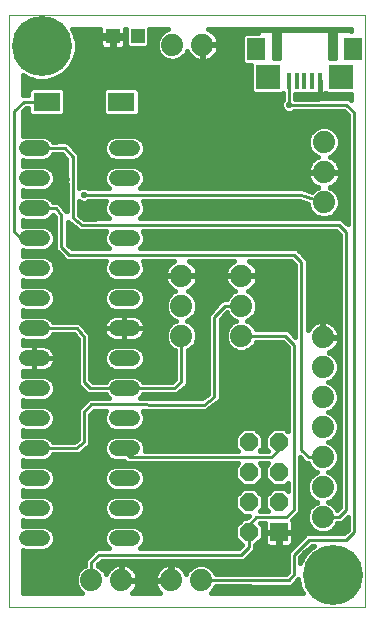
<source format=gtl>
G75*
%MOIN*%
%OFA0B0*%
%FSLAX24Y24*%
%IPPOS*%
%LPD*%
%AMOC8*
5,1,8,0,0,1.08239X$1,22.5*
%
%ADD10C,0.0000*%
%ADD11C,0.0740*%
%ADD12R,0.0827X0.0787*%
%ADD13R,0.0630X0.0748*%
%ADD14R,0.0157X0.0531*%
%ADD15R,0.0472X0.0472*%
%ADD16R,0.0600X0.0600*%
%ADD17OC8,0.0600*%
%ADD18C,0.0520*%
%ADD19R,0.0906X0.0630*%
%ADD20C,0.0160*%
%ADD21C,0.0210*%
%ADD22C,0.0100*%
%ADD23C,0.2000*%
D10*
X004430Y006680D02*
X004430Y026426D01*
X016300Y026426D01*
X016300Y006680D01*
X004430Y006680D01*
D11*
X007180Y007580D03*
X008180Y007580D03*
X009830Y007580D03*
X010830Y007580D03*
X014894Y009680D03*
X014894Y010680D03*
X014894Y011680D03*
X014894Y012680D03*
X014894Y013680D03*
X014894Y014680D03*
X014894Y015680D03*
X012180Y015730D03*
X012180Y016730D03*
X012180Y017730D03*
X010180Y017730D03*
X010180Y016730D03*
X010180Y015730D03*
X014930Y020180D03*
X014930Y021180D03*
X014930Y022180D03*
X010880Y025430D03*
X009880Y025430D03*
D12*
X013060Y024355D03*
X015500Y024355D03*
D13*
X015894Y025280D03*
X012666Y025280D03*
D14*
X013768Y024227D03*
X014024Y024227D03*
X014280Y024227D03*
X014536Y024227D03*
X014792Y024227D03*
D15*
X008718Y025705D03*
X007892Y025705D03*
D16*
X013430Y009180D03*
D17*
X013430Y010180D03*
X013430Y011180D03*
X013430Y012180D03*
X012430Y012180D03*
X012430Y011180D03*
X012430Y010180D03*
X012430Y009180D03*
D18*
X008540Y008980D02*
X008020Y008980D01*
X008020Y009980D02*
X008540Y009980D01*
X008540Y010980D02*
X008020Y010980D01*
X008020Y011980D02*
X008540Y011980D01*
X008540Y012980D02*
X008020Y012980D01*
X008020Y013980D02*
X008540Y013980D01*
X008540Y014980D02*
X008020Y014980D01*
X008020Y015980D02*
X008540Y015980D01*
X008540Y016980D02*
X008020Y016980D01*
X008020Y017980D02*
X008540Y017980D01*
X008540Y018980D02*
X008020Y018980D01*
X008020Y019980D02*
X008540Y019980D01*
X008540Y020980D02*
X008020Y020980D01*
X008020Y021980D02*
X008540Y021980D01*
X005540Y021980D02*
X005020Y021980D01*
X005020Y020980D02*
X005540Y020980D01*
X005540Y019980D02*
X005020Y019980D01*
X005020Y018980D02*
X005540Y018980D01*
X005540Y017980D02*
X005020Y017980D01*
X005020Y016980D02*
X005540Y016980D01*
X005540Y015980D02*
X005020Y015980D01*
X005020Y014980D02*
X005540Y014980D01*
X005540Y013980D02*
X005020Y013980D01*
X005020Y012980D02*
X005540Y012980D01*
X005540Y011980D02*
X005020Y011980D01*
X005020Y010980D02*
X005540Y010980D01*
X005540Y009980D02*
X005020Y009980D01*
X005020Y008980D02*
X005540Y008980D01*
D19*
X005690Y023530D03*
X008170Y023530D03*
D20*
X008783Y023481D02*
X013507Y023481D01*
X013503Y023470D02*
X013503Y023365D01*
X013543Y023267D01*
X013617Y023193D01*
X013715Y023153D01*
X013820Y023153D01*
X013918Y023193D01*
X013933Y023209D01*
X015594Y023219D01*
X015720Y023093D01*
X015720Y019437D01*
X015640Y019517D01*
X015640Y019517D01*
X015579Y019578D01*
X015517Y019640D01*
X015517Y019640D01*
X015517Y019640D01*
X015430Y019640D01*
X015343Y019640D01*
X015343Y019640D01*
X008791Y019637D01*
X008896Y019742D01*
X008960Y019896D01*
X008960Y020064D01*
X008896Y020218D01*
X008894Y020220D01*
X014146Y020220D01*
X014400Y020135D01*
X014400Y020075D01*
X014481Y019880D01*
X014630Y019731D01*
X014825Y019650D01*
X015035Y019650D01*
X015230Y019731D01*
X015379Y019880D01*
X015460Y020075D01*
X015460Y020285D01*
X015379Y020480D01*
X015230Y020629D01*
X015136Y020669D01*
X015141Y020670D01*
X015218Y020710D01*
X015288Y020760D01*
X015350Y020822D01*
X015400Y020892D01*
X015440Y020969D01*
X015466Y021051D01*
X015480Y021137D01*
X015480Y021160D01*
X014950Y021160D01*
X014950Y021200D01*
X015480Y021200D01*
X015480Y021223D01*
X015466Y021309D01*
X015440Y021391D01*
X015400Y021468D01*
X015350Y021538D01*
X015288Y021600D01*
X015218Y021650D01*
X015141Y021690D01*
X015136Y021691D01*
X015230Y021731D01*
X015379Y021880D01*
X015460Y022075D01*
X015460Y022285D01*
X015379Y022480D01*
X015230Y022629D01*
X015035Y022710D01*
X014825Y022710D01*
X014630Y022629D01*
X014481Y022480D01*
X014400Y022285D01*
X014400Y022075D01*
X014481Y021880D01*
X014630Y021731D01*
X014724Y021691D01*
X014719Y021690D01*
X014642Y021650D01*
X014572Y021600D01*
X014510Y021538D01*
X014460Y021468D01*
X014420Y021391D01*
X014394Y021309D01*
X014380Y021223D01*
X014380Y021200D01*
X014910Y021200D01*
X014910Y021160D01*
X014380Y021160D01*
X014380Y021137D01*
X014394Y021051D01*
X014420Y020969D01*
X014460Y020892D01*
X014510Y020822D01*
X014572Y020760D01*
X014642Y020710D01*
X014719Y020670D01*
X014724Y020669D01*
X014630Y020629D01*
X014534Y020533D01*
X014293Y020614D01*
X014267Y020640D01*
X014214Y020640D01*
X014164Y020657D01*
X014130Y020640D01*
X008794Y020640D01*
X008896Y020742D01*
X008960Y020896D01*
X008960Y021064D01*
X008896Y021218D01*
X008778Y021336D01*
X008624Y021400D01*
X007936Y021400D01*
X007782Y021336D01*
X007664Y021218D01*
X007600Y021064D01*
X007600Y020896D01*
X007664Y020742D01*
X007766Y020640D01*
X007095Y020640D01*
X007080Y020655D01*
X006983Y020695D01*
X006877Y020695D01*
X006780Y020655D01*
X006771Y020645D01*
X006768Y021695D01*
X006771Y021777D01*
X006767Y021782D01*
X006767Y021788D01*
X006709Y021845D01*
X006498Y022078D01*
X006497Y022085D01*
X006440Y022141D01*
X006385Y022201D01*
X006378Y022201D01*
X006373Y022206D01*
X006292Y022205D01*
X006212Y022209D01*
X006206Y022204D01*
X005904Y022199D01*
X005896Y022218D01*
X005778Y022336D01*
X005624Y022400D01*
X004936Y022400D01*
X004910Y022389D01*
X004910Y023219D01*
X005015Y023320D01*
X005077Y023320D01*
X005077Y023149D01*
X005171Y023055D01*
X006209Y023055D01*
X006303Y023149D01*
X006303Y023911D01*
X006209Y024005D01*
X005171Y024005D01*
X005077Y023911D01*
X005077Y023740D01*
X004932Y023740D01*
X004910Y023740D01*
X004910Y024403D01*
X005081Y024304D01*
X005376Y024225D01*
X005681Y024225D01*
X005976Y024304D01*
X006241Y024457D01*
X006457Y024673D01*
X006610Y024937D01*
X006689Y025232D01*
X006689Y025538D01*
X006610Y025833D01*
X006544Y025946D01*
X007475Y025946D01*
X007475Y025743D01*
X007853Y025743D01*
X007853Y025667D01*
X007475Y025667D01*
X007475Y025445D01*
X007488Y025399D01*
X007511Y025358D01*
X007545Y025325D01*
X007586Y025301D01*
X007632Y025289D01*
X007854Y025289D01*
X007854Y025667D01*
X007930Y025667D01*
X007930Y025743D01*
X008308Y025743D01*
X008308Y025946D01*
X008322Y025946D01*
X008322Y025403D01*
X008416Y025309D01*
X009021Y025309D01*
X009115Y025403D01*
X009115Y025946D01*
X009741Y025946D01*
X009580Y025879D01*
X009431Y025730D01*
X009350Y025535D01*
X009350Y025325D01*
X009431Y025130D01*
X009580Y024981D01*
X009775Y024900D01*
X009985Y024900D01*
X010180Y024981D01*
X010329Y025130D01*
X010369Y025224D01*
X010370Y025219D01*
X010410Y025142D01*
X010460Y025072D01*
X010522Y025010D01*
X010592Y024960D01*
X010669Y024920D01*
X010751Y024894D01*
X010837Y024880D01*
X010860Y024880D01*
X010860Y025410D01*
X010900Y025410D01*
X010900Y025450D01*
X011430Y025450D01*
X011430Y025473D01*
X011416Y025559D01*
X011390Y025641D01*
X011350Y025718D01*
X011300Y025788D01*
X011238Y025850D01*
X011168Y025900D01*
X011091Y025940D01*
X011072Y025946D01*
X015820Y025946D01*
X015820Y025900D01*
X015790Y025931D01*
X015349Y025931D01*
X015302Y025884D01*
X015302Y024986D01*
X015128Y024986D01*
X015128Y025884D01*
X015081Y025931D01*
X013479Y025931D01*
X013432Y025884D01*
X013432Y024986D01*
X013258Y024986D01*
X013258Y025884D01*
X013211Y025931D01*
X012770Y025931D01*
X012724Y025884D01*
X012724Y025814D01*
X012285Y025814D01*
X012191Y025720D01*
X012191Y024840D01*
X012285Y024746D01*
X012486Y024746D01*
X012486Y023895D01*
X012580Y023801D01*
X013539Y023801D01*
X013558Y023820D01*
X013558Y023582D01*
X013543Y023568D01*
X013503Y023470D01*
X013520Y023323D02*
X008783Y023323D01*
X008783Y023164D02*
X013687Y023164D01*
X013848Y023164D02*
X015649Y023164D01*
X015720Y023006D02*
X004910Y023006D01*
X004910Y023164D02*
X005077Y023164D01*
X004910Y022847D02*
X015720Y022847D01*
X015720Y022689D02*
X015087Y022689D01*
X015330Y022530D02*
X015720Y022530D01*
X015720Y022372D02*
X015424Y022372D01*
X015460Y022213D02*
X015720Y022213D01*
X015720Y022055D02*
X015452Y022055D01*
X015386Y021896D02*
X015720Y021896D01*
X015720Y021738D02*
X015237Y021738D01*
X015309Y021579D02*
X015720Y021579D01*
X015720Y021421D02*
X015425Y021421D01*
X015474Y021262D02*
X015720Y021262D01*
X015720Y021104D02*
X015475Y021104D01*
X015428Y020945D02*
X015720Y020945D01*
X015720Y020787D02*
X015314Y020787D01*
X015232Y020628D02*
X015720Y020628D01*
X015720Y020470D02*
X015384Y020470D01*
X015449Y020311D02*
X015720Y020311D01*
X015720Y020153D02*
X015460Y020153D01*
X015427Y019994D02*
X015720Y019994D01*
X015720Y019836D02*
X015335Y019836D01*
X015101Y019677D02*
X015720Y019677D01*
X015720Y019519D02*
X015639Y019519D01*
X015343Y019220D02*
X015470Y019093D01*
X015470Y010017D01*
X015369Y009916D01*
X015343Y009980D01*
X015194Y010129D01*
X015072Y010180D01*
X015194Y010231D01*
X015343Y010380D01*
X015424Y010575D01*
X015424Y010785D01*
X015343Y010980D01*
X015194Y011129D01*
X015072Y011180D01*
X015194Y011231D01*
X015343Y011380D01*
X015424Y011575D01*
X015424Y011785D01*
X015343Y011980D01*
X015194Y012129D01*
X015072Y012180D01*
X015194Y012231D01*
X015343Y012380D01*
X015424Y012575D01*
X015424Y012785D01*
X015343Y012980D01*
X015194Y013129D01*
X015072Y013180D01*
X015194Y013231D01*
X015343Y013380D01*
X015424Y013575D01*
X015424Y013785D01*
X015343Y013980D01*
X015194Y014129D01*
X015072Y014180D01*
X015194Y014231D01*
X015343Y014380D01*
X015424Y014575D01*
X015424Y014785D01*
X015343Y014980D01*
X015194Y015129D01*
X015099Y015169D01*
X015105Y015170D01*
X015182Y015210D01*
X015252Y015260D01*
X015313Y015322D01*
X015364Y015392D01*
X015403Y015469D01*
X015430Y015551D01*
X015444Y015637D01*
X015444Y015660D01*
X014914Y015660D01*
X014914Y015700D01*
X015444Y015700D01*
X015444Y015723D01*
X015430Y015809D01*
X015403Y015891D01*
X015364Y015968D01*
X015313Y016038D01*
X015252Y016100D01*
X015182Y016150D01*
X015105Y016190D01*
X015023Y016216D01*
X014937Y016230D01*
X014914Y016230D01*
X014914Y015700D01*
X014874Y015700D01*
X014874Y016230D01*
X014850Y016230D01*
X014765Y016216D01*
X014683Y016190D01*
X014605Y016150D01*
X014535Y016100D01*
X014474Y016038D01*
X014423Y015968D01*
X014390Y015903D01*
X014390Y018267D01*
X014017Y018640D01*
X008794Y018640D01*
X008896Y018742D01*
X008960Y018896D01*
X008960Y019064D01*
X008896Y019217D01*
X015343Y019220D01*
X015361Y019202D02*
X008903Y019202D01*
X008960Y019043D02*
X015470Y019043D01*
X015470Y018885D02*
X008955Y018885D01*
X008880Y018726D02*
X015470Y018726D01*
X015470Y018568D02*
X014089Y018568D01*
X014248Y018409D02*
X015470Y018409D01*
X015470Y018251D02*
X014390Y018251D01*
X014390Y018092D02*
X015470Y018092D01*
X015470Y017934D02*
X014390Y017934D01*
X014390Y017775D02*
X015470Y017775D01*
X015470Y017617D02*
X014390Y017617D01*
X014390Y017458D02*
X015470Y017458D01*
X015470Y017300D02*
X014390Y017300D01*
X014390Y017141D02*
X015470Y017141D01*
X015470Y016983D02*
X014390Y016983D01*
X014390Y016824D02*
X015470Y016824D01*
X015470Y016666D02*
X014390Y016666D01*
X014390Y016507D02*
X015470Y016507D01*
X015470Y016349D02*
X014390Y016349D01*
X014390Y016190D02*
X014684Y016190D01*
X014874Y016190D02*
X014914Y016190D01*
X014914Y016032D02*
X014874Y016032D01*
X014874Y015873D02*
X014914Y015873D01*
X014914Y015715D02*
X014874Y015715D01*
X015104Y016190D02*
X015470Y016190D01*
X015470Y016032D02*
X015318Y016032D01*
X015409Y015873D02*
X015470Y015873D01*
X015470Y015715D02*
X015444Y015715D01*
X015431Y015556D02*
X015470Y015556D01*
X015470Y015398D02*
X015367Y015398D01*
X015470Y015239D02*
X015222Y015239D01*
X015243Y015081D02*
X015470Y015081D01*
X015470Y014922D02*
X015367Y014922D01*
X015424Y014764D02*
X015470Y014764D01*
X015470Y014605D02*
X015424Y014605D01*
X015470Y014447D02*
X015371Y014447D01*
X015470Y014288D02*
X015251Y014288D01*
X015193Y014130D02*
X015470Y014130D01*
X015470Y013971D02*
X015347Y013971D01*
X015413Y013813D02*
X015470Y013813D01*
X015470Y013654D02*
X015424Y013654D01*
X015391Y013496D02*
X015470Y013496D01*
X015470Y013337D02*
X015300Y013337D01*
X015470Y013179D02*
X015075Y013179D01*
X015303Y013020D02*
X015470Y013020D01*
X015470Y012862D02*
X015392Y012862D01*
X015424Y012703D02*
X015470Y012703D01*
X015470Y012545D02*
X015411Y012545D01*
X015470Y012386D02*
X015346Y012386D01*
X015470Y012228D02*
X015186Y012228D01*
X015254Y012069D02*
X015470Y012069D01*
X015470Y011911D02*
X015372Y011911D01*
X015424Y011752D02*
X015470Y011752D01*
X015470Y011594D02*
X015424Y011594D01*
X015470Y011435D02*
X015366Y011435D01*
X015470Y011277D02*
X015240Y011277D01*
X015205Y011118D02*
X015470Y011118D01*
X015470Y010960D02*
X015352Y010960D01*
X015417Y010801D02*
X015470Y010801D01*
X015470Y010643D02*
X015424Y010643D01*
X015386Y010484D02*
X015470Y010484D01*
X015470Y010326D02*
X015289Y010326D01*
X015470Y010167D02*
X015103Y010167D01*
X015315Y010009D02*
X015462Y010009D01*
X015720Y009673D02*
X015720Y009267D01*
X015593Y009140D01*
X014343Y009140D01*
X014220Y009017D01*
X013720Y008517D01*
X013720Y007849D01*
X013670Y007789D01*
X011317Y007790D01*
X011279Y007880D01*
X011130Y008029D01*
X010935Y008110D01*
X010725Y008110D01*
X010530Y008029D01*
X010381Y007880D01*
X010341Y007786D01*
X010340Y007791D01*
X010300Y007868D01*
X010250Y007938D01*
X010188Y008000D01*
X010118Y008050D01*
X010041Y008090D01*
X009959Y008116D01*
X009873Y008130D01*
X009850Y008130D01*
X009850Y007600D01*
X009810Y007600D01*
X009810Y008130D01*
X009787Y008130D01*
X009701Y008116D01*
X009619Y008090D01*
X009542Y008050D01*
X009472Y008000D01*
X009410Y007938D01*
X009360Y007868D01*
X009320Y007791D01*
X009294Y007709D01*
X009280Y007623D01*
X009280Y007600D01*
X009810Y007600D01*
X009810Y007560D01*
X009280Y007560D01*
X009280Y007537D01*
X009294Y007451D01*
X009320Y007369D01*
X009360Y007292D01*
X009410Y007222D01*
X009472Y007160D01*
X008538Y007160D01*
X008538Y007160D01*
X008600Y007222D01*
X008650Y007292D01*
X008690Y007369D01*
X008716Y007451D01*
X008730Y007537D01*
X008730Y007560D01*
X008200Y007560D01*
X008200Y007600D01*
X008160Y007600D01*
X008160Y008130D01*
X008137Y008130D01*
X008051Y008116D01*
X007969Y008090D01*
X007892Y008050D01*
X007822Y008000D01*
X007760Y007938D01*
X007710Y007868D01*
X007670Y007791D01*
X007669Y007786D01*
X007629Y007880D01*
X007480Y008029D01*
X007390Y008067D01*
X007390Y008093D01*
X007517Y008220D01*
X012267Y008220D01*
X012390Y008343D01*
X012640Y008593D01*
X012640Y008739D01*
X012890Y008989D01*
X012890Y009371D01*
X012791Y009470D01*
X012950Y009470D01*
X012950Y009200D01*
X013410Y009200D01*
X013410Y009160D01*
X013450Y009160D01*
X013450Y009200D01*
X013910Y009200D01*
X013910Y009504D01*
X013898Y009549D01*
X013879Y009582D01*
X014140Y009843D01*
X014140Y011670D01*
X014212Y011596D01*
X014212Y011595D01*
X014273Y011534D01*
X014333Y011472D01*
X014334Y011472D01*
X014335Y011471D01*
X014407Y011471D01*
X014444Y011380D01*
X014594Y011231D01*
X014716Y011180D01*
X014594Y011129D01*
X014444Y010980D01*
X014364Y010785D01*
X014364Y010575D01*
X014444Y010380D01*
X014594Y010231D01*
X014716Y010180D01*
X014594Y010129D01*
X014444Y009980D01*
X014364Y009785D01*
X014364Y009575D01*
X014444Y009380D01*
X014594Y009231D01*
X014788Y009150D01*
X014999Y009150D01*
X015194Y009231D01*
X015343Y009380D01*
X015380Y009470D01*
X015517Y009470D01*
X015720Y009673D01*
X015720Y009533D02*
X015580Y009533D01*
X015720Y009375D02*
X015338Y009375D01*
X015159Y009216D02*
X015669Y009216D01*
X014629Y009216D02*
X013910Y009216D01*
X013910Y009160D02*
X013450Y009160D01*
X013450Y008700D01*
X013754Y008700D01*
X013799Y008712D01*
X013841Y008736D01*
X013874Y008769D01*
X013898Y008811D01*
X013910Y008856D01*
X013910Y009160D01*
X013910Y009058D02*
X014261Y009058D01*
X014102Y008899D02*
X013910Y008899D01*
X013944Y008741D02*
X013845Y008741D01*
X013785Y008582D02*
X012629Y008582D01*
X012641Y008741D02*
X013015Y008741D01*
X013019Y008736D02*
X013061Y008712D01*
X013106Y008700D01*
X013410Y008700D01*
X013410Y009160D01*
X012950Y009160D01*
X012950Y008856D01*
X012962Y008811D01*
X012986Y008769D01*
X013019Y008736D01*
X012950Y008899D02*
X012800Y008899D01*
X012890Y009058D02*
X012950Y009058D01*
X012950Y009216D02*
X012890Y009216D01*
X012886Y009375D02*
X012950Y009375D01*
X013069Y009890D02*
X012791Y009890D01*
X012890Y009989D01*
X012890Y010371D01*
X012621Y010640D01*
X012239Y010640D01*
X011970Y010371D01*
X011970Y009989D01*
X012239Y009720D01*
X012423Y009720D01*
X012343Y009640D01*
X012239Y009640D01*
X011970Y009371D01*
X011970Y008989D01*
X012206Y008753D01*
X012093Y008640D01*
X008794Y008640D01*
X008896Y008742D01*
X008960Y008896D01*
X008960Y009064D01*
X008896Y009218D01*
X008778Y009336D01*
X008624Y009400D01*
X007936Y009400D01*
X007782Y009336D01*
X007664Y009218D01*
X007600Y009064D01*
X007600Y008896D01*
X007664Y008742D01*
X007766Y008640D01*
X007343Y008640D01*
X007093Y008390D01*
X006970Y008267D01*
X006970Y008067D01*
X006880Y008029D01*
X006731Y007880D01*
X006650Y007685D01*
X006650Y007475D01*
X006731Y007280D01*
X006850Y007160D01*
X004910Y007160D01*
X004910Y008571D01*
X004936Y008560D01*
X005624Y008560D01*
X005778Y008624D01*
X005896Y008742D01*
X005960Y008896D01*
X005960Y009064D01*
X005896Y009218D01*
X005778Y009336D01*
X005624Y009400D01*
X004936Y009400D01*
X004910Y009389D01*
X004910Y009571D01*
X004936Y009560D01*
X005624Y009560D01*
X005778Y009624D01*
X005896Y009742D01*
X005960Y009896D01*
X005960Y010064D01*
X005896Y010218D01*
X005778Y010336D01*
X005624Y010400D01*
X004936Y010400D01*
X004910Y010389D01*
X004910Y010571D01*
X004936Y010560D01*
X005624Y010560D01*
X005778Y010624D01*
X005896Y010742D01*
X005960Y010896D01*
X005960Y011064D01*
X005896Y011218D01*
X005778Y011336D01*
X005624Y011400D01*
X004936Y011400D01*
X004910Y011389D01*
X004910Y011571D01*
X004936Y011560D01*
X005624Y011560D01*
X005778Y011624D01*
X005896Y011742D01*
X005908Y011770D01*
X006668Y011770D01*
X006743Y011762D01*
X006754Y011770D01*
X006767Y011770D01*
X006820Y011823D01*
X007004Y011970D01*
X007017Y011970D01*
X007070Y012023D01*
X007129Y012070D01*
X007131Y012084D01*
X007140Y012093D01*
X007140Y012168D01*
X007148Y012243D01*
X007140Y012254D01*
X007140Y013097D01*
X007263Y013227D01*
X007673Y013227D01*
X007664Y013218D01*
X007600Y013064D01*
X007600Y012896D01*
X007664Y012742D01*
X007782Y012624D01*
X007936Y012560D01*
X008624Y012560D01*
X008778Y012624D01*
X008896Y012742D01*
X008960Y012896D01*
X008960Y013064D01*
X008896Y013218D01*
X008890Y013224D01*
X010913Y013220D01*
X010983Y013209D01*
X010998Y013220D01*
X011017Y013220D01*
X011067Y013270D01*
X011342Y013470D01*
X011361Y013470D01*
X011411Y013520D01*
X011468Y013561D01*
X011471Y013580D01*
X011484Y013593D01*
X011484Y013663D01*
X011495Y013733D01*
X011484Y013748D01*
X011486Y016272D01*
X011699Y016506D01*
X011731Y016430D01*
X011880Y016281D01*
X012002Y016230D01*
X011880Y016179D01*
X011731Y016030D01*
X011650Y015835D01*
X011650Y015625D01*
X011731Y015430D01*
X011880Y015281D01*
X012075Y015200D01*
X012285Y015200D01*
X012480Y015281D01*
X012629Y015430D01*
X012667Y015520D01*
X013556Y015520D01*
X013720Y015346D01*
X013720Y012541D01*
X013621Y012640D01*
X013239Y012640D01*
X012970Y012371D01*
X012970Y011989D01*
X013069Y011890D01*
X012791Y011890D01*
X012890Y011989D01*
X012890Y012371D01*
X012621Y012640D01*
X012239Y012640D01*
X011970Y012371D01*
X011970Y011989D01*
X012069Y011890D01*
X008957Y011890D01*
X008960Y011896D01*
X008960Y012064D01*
X008896Y012218D01*
X008778Y012336D01*
X008624Y012400D01*
X007936Y012400D01*
X007782Y012336D01*
X007664Y012218D01*
X007600Y012064D01*
X007600Y011896D01*
X007664Y011742D01*
X007782Y011624D01*
X007936Y011560D01*
X008252Y011560D01*
X008269Y011520D01*
X008311Y011502D01*
X008343Y011470D01*
X008388Y011470D01*
X008429Y011453D01*
X008471Y011470D01*
X012069Y011470D01*
X011970Y011371D01*
X011970Y010989D01*
X012239Y010720D01*
X012621Y010720D01*
X012890Y010989D01*
X012890Y011371D01*
X012791Y011470D01*
X013069Y011470D01*
X012970Y011371D01*
X012970Y010989D01*
X013239Y010720D01*
X013621Y010720D01*
X013720Y010819D01*
X013720Y010541D01*
X013621Y010640D01*
X013239Y010640D01*
X012970Y010371D01*
X012970Y009989D01*
X013069Y009890D01*
X012970Y010009D02*
X012890Y010009D01*
X012890Y010167D02*
X012970Y010167D01*
X012970Y010326D02*
X012890Y010326D01*
X012777Y010484D02*
X013083Y010484D01*
X013158Y010801D02*
X012702Y010801D01*
X012860Y010960D02*
X013000Y010960D01*
X012970Y011118D02*
X012890Y011118D01*
X012890Y011277D02*
X012970Y011277D01*
X013034Y011435D02*
X012826Y011435D01*
X012811Y011911D02*
X013049Y011911D01*
X012970Y012069D02*
X012890Y012069D01*
X012890Y012228D02*
X012970Y012228D01*
X012985Y012386D02*
X012875Y012386D01*
X012716Y012545D02*
X013144Y012545D01*
X013716Y012545D02*
X013720Y012545D01*
X013720Y012703D02*
X008857Y012703D01*
X008946Y012862D02*
X013720Y012862D01*
X013720Y013020D02*
X008960Y013020D01*
X008912Y013179D02*
X013720Y013179D01*
X013720Y013337D02*
X011159Y013337D01*
X011386Y013496D02*
X013720Y013496D01*
X013720Y013654D02*
X011484Y013654D01*
X011484Y013813D02*
X013720Y013813D01*
X013720Y013971D02*
X011484Y013971D01*
X011484Y014130D02*
X013720Y014130D01*
X013720Y014288D02*
X011484Y014288D01*
X011484Y014447D02*
X013720Y014447D01*
X013720Y014605D02*
X011485Y014605D01*
X011485Y014764D02*
X013720Y014764D01*
X013720Y014922D02*
X011485Y014922D01*
X011485Y015081D02*
X013720Y015081D01*
X013720Y015239D02*
X012380Y015239D01*
X012597Y015398D02*
X013672Y015398D01*
X013970Y015693D02*
X013970Y018093D01*
X013843Y018220D01*
X012430Y018220D01*
X012468Y018200D01*
X012538Y018150D01*
X012600Y018088D01*
X012650Y018018D01*
X012690Y017941D01*
X012716Y017859D01*
X012730Y017773D01*
X012730Y017750D01*
X012200Y017750D01*
X012200Y017710D01*
X012730Y017710D01*
X012730Y017687D01*
X012716Y017601D01*
X012690Y017519D01*
X012650Y017442D01*
X012600Y017372D01*
X012538Y017310D01*
X012468Y017260D01*
X012391Y017220D01*
X012386Y017219D01*
X012480Y017179D01*
X012629Y017030D01*
X012710Y016835D01*
X012710Y016625D01*
X012629Y016430D01*
X012480Y016281D01*
X012358Y016230D01*
X012480Y016179D01*
X012629Y016030D01*
X012667Y015940D01*
X013563Y015940D01*
X013565Y015942D01*
X013649Y015940D01*
X013733Y015940D01*
X013736Y015938D01*
X013739Y015937D01*
X013797Y015876D01*
X013856Y015817D01*
X013856Y015814D01*
X013970Y015693D01*
X013970Y015715D02*
X013950Y015715D01*
X013970Y015873D02*
X013800Y015873D01*
X013970Y016032D02*
X012628Y016032D01*
X012454Y016190D02*
X013970Y016190D01*
X013970Y016349D02*
X012548Y016349D01*
X012661Y016507D02*
X013970Y016507D01*
X013970Y016666D02*
X012710Y016666D01*
X012710Y016824D02*
X013970Y016824D01*
X013970Y016983D02*
X012649Y016983D01*
X012519Y017141D02*
X013970Y017141D01*
X013970Y017300D02*
X012523Y017300D01*
X012659Y017458D02*
X013970Y017458D01*
X013970Y017617D02*
X012719Y017617D01*
X012730Y017775D02*
X013970Y017775D01*
X013970Y017934D02*
X012692Y017934D01*
X012596Y018092D02*
X013970Y018092D01*
X014759Y019677D02*
X008831Y019677D01*
X008935Y019836D02*
X014525Y019836D01*
X014433Y019994D02*
X008960Y019994D01*
X008923Y020153D02*
X014348Y020153D01*
X014279Y020628D02*
X014628Y020628D01*
X014546Y020787D02*
X008914Y020787D01*
X008960Y020945D02*
X014432Y020945D01*
X014385Y021104D02*
X008943Y021104D01*
X008852Y021262D02*
X014386Y021262D01*
X014435Y021421D02*
X006768Y021421D01*
X006768Y021579D02*
X007891Y021579D01*
X007936Y021560D02*
X007782Y021624D01*
X007664Y021742D01*
X007600Y021896D01*
X006663Y021896D01*
X006769Y021738D02*
X007669Y021738D01*
X007600Y021896D02*
X007600Y022064D01*
X007664Y022218D01*
X007782Y022336D01*
X007936Y022400D01*
X008624Y022400D01*
X008778Y022336D01*
X008896Y022218D01*
X008960Y022064D01*
X008960Y021896D01*
X014474Y021896D01*
X014408Y022055D02*
X008960Y022055D01*
X008960Y021896D02*
X008896Y021742D01*
X008778Y021624D01*
X008624Y021560D01*
X007936Y021560D01*
X007708Y021262D02*
X006769Y021262D01*
X006769Y021104D02*
X007617Y021104D01*
X007600Y020945D02*
X006770Y020945D01*
X006770Y020787D02*
X007646Y020787D01*
X007666Y020220D02*
X007664Y020218D01*
X007600Y020064D01*
X007600Y019896D01*
X007664Y019742D01*
X007769Y019637D01*
X006924Y019636D01*
X006773Y019759D01*
X006772Y020213D01*
X006780Y020205D01*
X006877Y020165D01*
X006983Y020165D01*
X007080Y020205D01*
X007095Y020220D01*
X007666Y020220D01*
X007637Y020153D02*
X006772Y020153D01*
X006773Y019994D02*
X007600Y019994D01*
X007625Y019836D02*
X006773Y019836D01*
X006874Y019677D02*
X007729Y019677D01*
X007663Y019217D02*
X007600Y019064D01*
X007600Y018896D01*
X007664Y018742D01*
X007766Y018640D01*
X006517Y018640D01*
X006390Y018767D01*
X006390Y019529D01*
X006423Y019502D01*
X006477Y019448D01*
X006489Y019449D01*
X006709Y019270D01*
X006763Y019216D01*
X006776Y019216D01*
X006785Y019208D01*
X006861Y019216D01*
X007663Y019217D01*
X007657Y019202D02*
X006390Y019202D01*
X006390Y019360D02*
X006598Y019360D01*
X006403Y019519D02*
X006390Y019519D01*
X006353Y019881D02*
X006334Y019901D01*
X006198Y020057D01*
X006198Y020065D01*
X006141Y020122D01*
X006089Y020182D01*
X006081Y020183D01*
X006075Y020189D01*
X005995Y020189D01*
X005915Y020194D01*
X005909Y020189D01*
X005908Y020189D01*
X005896Y020218D01*
X005778Y020336D01*
X005624Y020400D01*
X004936Y020400D01*
X004910Y020389D01*
X004910Y020571D01*
X004936Y020560D01*
X005624Y020560D01*
X005778Y020624D01*
X005896Y020742D01*
X005960Y020896D01*
X005960Y021064D01*
X005896Y021218D01*
X005778Y021336D01*
X005624Y021400D01*
X004936Y021400D01*
X004910Y021389D01*
X004910Y021571D01*
X004936Y021560D01*
X005624Y021560D01*
X005778Y021624D01*
X005896Y021742D01*
X005911Y021779D01*
X006197Y021784D01*
X006348Y021618D01*
X006353Y019881D01*
X006353Y019994D02*
X006253Y019994D01*
X006352Y020153D02*
X006115Y020153D01*
X006352Y020311D02*
X005803Y020311D01*
X005782Y020628D02*
X006351Y020628D01*
X006351Y020470D02*
X004910Y020470D01*
X004910Y019571D02*
X004936Y019560D01*
X005624Y019560D01*
X005778Y019624D01*
X005896Y019742D01*
X005902Y019757D01*
X005970Y019679D01*
X005970Y018593D01*
X006093Y018470D01*
X006343Y018220D01*
X007666Y018220D01*
X007664Y018218D01*
X007600Y018064D01*
X007600Y017896D01*
X007664Y017742D01*
X007782Y017624D01*
X007936Y017560D01*
X008624Y017560D01*
X008778Y017624D01*
X008896Y017742D01*
X008960Y017896D01*
X008960Y018064D01*
X008896Y018218D01*
X008894Y018220D01*
X009930Y018220D01*
X009892Y018200D01*
X009822Y018150D01*
X009760Y018088D01*
X009710Y018018D01*
X009670Y017941D01*
X009644Y017859D01*
X009630Y017773D01*
X009630Y017750D01*
X010160Y017750D01*
X010160Y017710D01*
X009630Y017710D01*
X009630Y017687D01*
X009644Y017601D01*
X009670Y017519D01*
X009710Y017442D01*
X009760Y017372D01*
X009822Y017310D01*
X009892Y017260D01*
X009969Y017220D01*
X009974Y017219D01*
X009880Y017179D01*
X009731Y017030D01*
X009650Y016835D01*
X009650Y016625D01*
X009731Y016430D01*
X009880Y016281D01*
X010002Y016230D01*
X009880Y016179D01*
X009731Y016030D01*
X009650Y015835D01*
X009650Y015625D01*
X009731Y015430D01*
X009880Y015281D01*
X009970Y015243D01*
X009970Y014281D01*
X009856Y014190D01*
X008908Y014190D01*
X008896Y014218D01*
X008778Y014336D01*
X008624Y014400D01*
X007936Y014400D01*
X007782Y014336D01*
X007664Y014218D01*
X007654Y014193D01*
X007218Y014195D01*
X007140Y014270D01*
X007140Y015667D01*
X007149Y015740D01*
X007140Y015752D01*
X007140Y015767D01*
X007088Y015819D01*
X006901Y016060D01*
X006901Y016076D01*
X006849Y016127D01*
X006804Y016185D01*
X006788Y016187D01*
X006777Y016198D01*
X006704Y016198D01*
X006631Y016207D01*
X006619Y016197D01*
X005906Y016193D01*
X005896Y016218D01*
X005778Y016336D01*
X005624Y016400D01*
X004936Y016400D01*
X004910Y016389D01*
X004910Y016571D01*
X004936Y016560D01*
X005624Y016560D01*
X005778Y016624D01*
X005896Y016742D01*
X005960Y016896D01*
X005960Y017064D01*
X005896Y017218D01*
X005778Y017336D01*
X005624Y017400D01*
X004936Y017400D01*
X004910Y017389D01*
X004910Y017571D01*
X004936Y017560D01*
X005624Y017560D01*
X005778Y017624D01*
X005896Y017742D01*
X005960Y017896D01*
X005960Y018064D01*
X005896Y018218D01*
X005778Y018336D01*
X005624Y018400D01*
X004936Y018400D01*
X004910Y018389D01*
X004910Y018571D01*
X004936Y018560D01*
X005624Y018560D01*
X005778Y018624D01*
X005896Y018742D01*
X005960Y018896D01*
X005960Y019064D01*
X005896Y019218D01*
X005778Y019336D01*
X005624Y019400D01*
X004936Y019400D01*
X004910Y019389D01*
X004910Y019571D01*
X004910Y019519D02*
X005970Y019519D01*
X005970Y019677D02*
X005831Y019677D01*
X005720Y019360D02*
X005970Y019360D01*
X005970Y019202D02*
X005903Y019202D01*
X005960Y019043D02*
X005970Y019043D01*
X005955Y018885D02*
X005970Y018885D01*
X005970Y018726D02*
X005880Y018726D01*
X005995Y018568D02*
X005642Y018568D01*
X005863Y018251D02*
X006312Y018251D01*
X006154Y018409D02*
X004910Y018409D01*
X004910Y018568D02*
X004918Y018568D01*
X004910Y017458D02*
X009701Y017458D01*
X009641Y017617D02*
X008760Y017617D01*
X008910Y017775D02*
X009630Y017775D01*
X009668Y017934D02*
X008960Y017934D01*
X008948Y018092D02*
X009764Y018092D01*
X010200Y017750D02*
X010730Y017750D01*
X010730Y017773D01*
X010716Y017859D01*
X010690Y017941D01*
X010650Y018018D01*
X010600Y018088D01*
X010538Y018150D01*
X010468Y018200D01*
X010430Y018220D01*
X011930Y018220D01*
X011892Y018200D01*
X011822Y018150D01*
X011760Y018088D01*
X011710Y018018D01*
X011670Y017941D01*
X011644Y017859D01*
X011630Y017773D01*
X011630Y017750D01*
X012160Y017750D01*
X012160Y017710D01*
X011630Y017710D01*
X011630Y017687D01*
X011644Y017601D01*
X011670Y017519D01*
X011710Y017442D01*
X011760Y017372D01*
X011822Y017310D01*
X011892Y017260D01*
X011969Y017220D01*
X011974Y017219D01*
X011880Y017179D01*
X011731Y017030D01*
X011695Y016944D01*
X011614Y016940D01*
X011532Y016940D01*
X011528Y016936D01*
X011522Y016936D01*
X011467Y016875D01*
X011409Y016817D01*
X011409Y016811D01*
X011124Y016499D01*
X011066Y016441D01*
X011066Y016435D01*
X011062Y016431D01*
X011066Y016349D01*
X011064Y013787D01*
X010862Y013640D01*
X008798Y013644D01*
X008896Y013742D01*
X008908Y013770D01*
X009918Y013770D01*
X009993Y013762D01*
X010004Y013770D01*
X010017Y013770D01*
X010070Y013823D01*
X010254Y013970D01*
X010267Y013970D01*
X010320Y014023D01*
X010379Y014070D01*
X010381Y014084D01*
X010390Y014093D01*
X010390Y014168D01*
X010398Y014243D01*
X010390Y014254D01*
X010390Y015243D01*
X010480Y015281D01*
X010629Y015430D01*
X010710Y015625D01*
X010710Y015835D01*
X010629Y016030D01*
X010480Y016179D01*
X010358Y016230D01*
X010480Y016281D01*
X010629Y016430D01*
X010710Y016625D01*
X010710Y016835D01*
X010629Y017030D01*
X010480Y017179D01*
X010386Y017219D01*
X010391Y017220D01*
X010468Y017260D01*
X010538Y017310D01*
X010600Y017372D01*
X010650Y017442D01*
X010690Y017519D01*
X010716Y017601D01*
X010730Y017687D01*
X010730Y017710D01*
X010200Y017710D01*
X010200Y017750D01*
X010523Y017300D02*
X011837Y017300D01*
X011841Y017141D02*
X010519Y017141D01*
X010649Y016983D02*
X011711Y016983D01*
X011416Y016824D02*
X010710Y016824D01*
X010710Y016666D02*
X011276Y016666D01*
X011132Y016507D02*
X010661Y016507D01*
X010548Y016349D02*
X011066Y016349D01*
X011066Y016190D02*
X010454Y016190D01*
X010628Y016032D02*
X011066Y016032D01*
X011066Y015873D02*
X010694Y015873D01*
X010710Y015715D02*
X011066Y015715D01*
X011066Y015556D02*
X010682Y015556D01*
X010597Y015398D02*
X011065Y015398D01*
X011065Y015239D02*
X010390Y015239D01*
X010390Y015081D02*
X011065Y015081D01*
X011065Y014922D02*
X010390Y014922D01*
X010390Y014764D02*
X011065Y014764D01*
X011065Y014605D02*
X010390Y014605D01*
X010390Y014447D02*
X011064Y014447D01*
X011064Y014288D02*
X010390Y014288D01*
X010390Y014130D02*
X011064Y014130D01*
X011064Y013971D02*
X010268Y013971D01*
X010059Y013813D02*
X011064Y013813D01*
X010881Y013654D02*
X008808Y013654D01*
X008826Y014288D02*
X009970Y014288D01*
X009970Y014447D02*
X007140Y014447D01*
X007140Y014605D02*
X007828Y014605D01*
X007782Y014624D02*
X007936Y014560D01*
X008624Y014560D01*
X008778Y014624D01*
X008896Y014742D01*
X008960Y014896D01*
X008960Y015064D01*
X008896Y015218D01*
X008778Y015336D01*
X008624Y015400D01*
X007936Y015400D01*
X007782Y015336D01*
X007664Y015218D01*
X007600Y015064D01*
X007600Y014896D01*
X007664Y014742D01*
X007782Y014624D01*
X007655Y014764D02*
X007140Y014764D01*
X007140Y014922D02*
X007600Y014922D01*
X007607Y015081D02*
X007140Y015081D01*
X007140Y015239D02*
X007685Y015239D01*
X007851Y015572D02*
X007917Y015551D01*
X007985Y015540D01*
X008280Y015540D01*
X008575Y015540D01*
X008643Y015551D01*
X008709Y015572D01*
X008771Y015604D01*
X008827Y015644D01*
X008876Y015693D01*
X008916Y015749D01*
X008948Y015811D01*
X008969Y015877D01*
X008980Y015945D01*
X008980Y015980D01*
X008980Y016015D01*
X008969Y016083D01*
X008948Y016149D01*
X008916Y016211D01*
X008876Y016267D01*
X008827Y016316D01*
X008771Y016356D01*
X008709Y016388D01*
X008643Y016409D01*
X008575Y016420D01*
X008280Y016420D01*
X008280Y015980D01*
X008280Y015980D01*
X008980Y015980D01*
X008280Y015980D01*
X008280Y015980D01*
X008280Y015540D01*
X008280Y015980D01*
X008280Y015980D01*
X008280Y015980D01*
X007580Y015980D01*
X007580Y016015D01*
X007591Y016083D01*
X007612Y016149D01*
X007644Y016211D01*
X007684Y016267D01*
X007733Y016316D01*
X007789Y016356D01*
X007851Y016388D01*
X007917Y016409D01*
X007985Y016420D01*
X008280Y016420D01*
X008280Y015980D01*
X007580Y015980D01*
X007580Y015945D01*
X007591Y015877D01*
X007612Y015811D01*
X007644Y015749D01*
X007684Y015693D01*
X007733Y015644D01*
X007789Y015604D01*
X007851Y015572D01*
X007901Y015556D02*
X007140Y015556D01*
X007140Y015398D02*
X007930Y015398D01*
X008280Y015556D02*
X008280Y015556D01*
X008280Y015715D02*
X008280Y015715D01*
X008280Y015873D02*
X008280Y015873D01*
X008280Y016032D02*
X008280Y016032D01*
X008280Y016190D02*
X008280Y016190D01*
X008280Y016349D02*
X008280Y016349D01*
X007936Y016560D02*
X008624Y016560D01*
X008778Y016624D01*
X008896Y016742D01*
X008960Y016896D01*
X008960Y017064D01*
X008896Y017218D01*
X008778Y017336D01*
X008624Y017400D01*
X007936Y017400D01*
X007782Y017336D01*
X007664Y017218D01*
X007600Y017064D01*
X007600Y016896D01*
X007664Y016742D01*
X007782Y016624D01*
X007936Y016560D01*
X007741Y016666D02*
X005819Y016666D01*
X005930Y016824D02*
X007630Y016824D01*
X007600Y016983D02*
X005960Y016983D01*
X005928Y017141D02*
X007632Y017141D01*
X007746Y017300D02*
X005814Y017300D01*
X005760Y017617D02*
X007800Y017617D01*
X007650Y017775D02*
X005910Y017775D01*
X005960Y017934D02*
X007600Y017934D01*
X007612Y018092D02*
X005948Y018092D01*
X006431Y018726D02*
X007680Y018726D01*
X007605Y018885D02*
X006390Y018885D01*
X006390Y019043D02*
X007600Y019043D01*
X006350Y020787D02*
X005914Y020787D01*
X005960Y020945D02*
X006350Y020945D01*
X006349Y021104D02*
X005943Y021104D01*
X005852Y021262D02*
X006349Y021262D01*
X006348Y021421D02*
X004910Y021421D01*
X005669Y021579D02*
X006348Y021579D01*
X006239Y021738D02*
X005891Y021738D01*
X005898Y022213D02*
X007662Y022213D01*
X007600Y022055D02*
X006519Y022055D01*
X005692Y022372D02*
X007868Y022372D01*
X007651Y023055D02*
X008689Y023055D01*
X008783Y023149D01*
X008783Y023911D01*
X008689Y024005D01*
X007651Y024005D01*
X007557Y023911D01*
X007557Y023149D01*
X007651Y023055D01*
X007557Y023164D02*
X006303Y023164D01*
X006303Y023323D02*
X007557Y023323D01*
X007557Y023481D02*
X006303Y023481D01*
X006303Y023640D02*
X007557Y023640D01*
X007557Y023798D02*
X006303Y023798D01*
X006257Y023957D02*
X007603Y023957D01*
X007930Y025289D02*
X008152Y025289D01*
X008197Y025301D01*
X008238Y025325D01*
X008272Y025358D01*
X008296Y025399D01*
X008308Y025445D01*
X008308Y025667D01*
X007930Y025667D01*
X007930Y025289D01*
X007930Y025383D02*
X007854Y025383D01*
X007854Y025542D02*
X007930Y025542D01*
X007930Y025700D02*
X008322Y025700D01*
X008308Y025542D02*
X008322Y025542D01*
X008342Y025383D02*
X008286Y025383D01*
X008308Y025859D02*
X008322Y025859D01*
X007853Y025700D02*
X006645Y025700D01*
X006688Y025542D02*
X007475Y025542D01*
X007497Y025383D02*
X006689Y025383D01*
X006687Y025225D02*
X009391Y025225D01*
X009350Y025383D02*
X009095Y025383D01*
X009115Y025542D02*
X009353Y025542D01*
X009418Y025700D02*
X009115Y025700D01*
X009115Y025859D02*
X009559Y025859D01*
X009494Y025066D02*
X006644Y025066D01*
X006593Y024908D02*
X009756Y024908D01*
X010004Y024908D02*
X010708Y024908D01*
X010860Y024908D02*
X010900Y024908D01*
X010900Y024880D02*
X010923Y024880D01*
X011009Y024894D01*
X011091Y024920D01*
X011168Y024960D01*
X011238Y025010D01*
X011300Y025072D01*
X011350Y025142D01*
X011390Y025219D01*
X011416Y025301D01*
X011430Y025387D01*
X011430Y025410D01*
X010900Y025410D01*
X010900Y024880D01*
X011052Y024908D02*
X012191Y024908D01*
X012191Y025066D02*
X011294Y025066D01*
X011392Y025225D02*
X012191Y025225D01*
X012191Y025383D02*
X011429Y025383D01*
X011419Y025542D02*
X012191Y025542D01*
X012191Y025700D02*
X011360Y025700D01*
X011226Y025859D02*
X012724Y025859D01*
X013258Y025859D02*
X013432Y025859D01*
X013432Y025700D02*
X013258Y025700D01*
X013258Y025542D02*
X013432Y025542D01*
X013432Y025383D02*
X013258Y025383D01*
X013258Y025225D02*
X013432Y025225D01*
X013432Y025066D02*
X013258Y025066D01*
X012486Y024591D02*
X006375Y024591D01*
X006501Y024749D02*
X012282Y024749D01*
X012486Y024432D02*
X006198Y024432D01*
X005863Y024274D02*
X012486Y024274D01*
X012486Y024115D02*
X004910Y024115D01*
X004910Y023957D02*
X005122Y023957D01*
X005077Y023798D02*
X004910Y023798D01*
X004910Y024274D02*
X005195Y024274D01*
X004910Y022689D02*
X014773Y022689D01*
X014530Y022530D02*
X004910Y022530D01*
X006595Y025859D02*
X007475Y025859D01*
X008738Y023957D02*
X012486Y023957D01*
X013558Y023798D02*
X008783Y023798D01*
X008783Y023640D02*
X013558Y023640D01*
X013978Y023640D02*
X015593Y023640D01*
X015592Y023639D01*
X013978Y023629D01*
X013978Y023801D01*
X014630Y023801D01*
X014644Y023793D01*
X014689Y023781D01*
X014792Y023781D01*
X014894Y023781D01*
X014940Y023793D01*
X014981Y023817D01*
X014993Y023829D01*
X015021Y023801D01*
X015820Y023801D01*
X015820Y023587D01*
X015767Y023640D01*
X015766Y023640D01*
X015766Y023641D01*
X015679Y023640D01*
X015593Y023640D01*
X015767Y023640D02*
X015820Y023640D01*
X015820Y023798D02*
X014948Y023798D01*
X014792Y023798D02*
X014792Y023798D01*
X014792Y023781D02*
X014792Y024227D01*
X014792Y024227D01*
X014792Y023781D01*
X014636Y023798D02*
X013978Y023798D01*
X014792Y023957D02*
X014792Y023957D01*
X014792Y024115D02*
X014792Y024115D01*
X015128Y025066D02*
X015302Y025066D01*
X015302Y025225D02*
X015128Y025225D01*
X015128Y025383D02*
X015302Y025383D01*
X015302Y025542D02*
X015128Y025542D01*
X015128Y025700D02*
X015302Y025700D01*
X015302Y025859D02*
X015128Y025859D01*
X014436Y022372D02*
X008692Y022372D01*
X008898Y022213D02*
X014400Y022213D01*
X014623Y021738D02*
X008891Y021738D01*
X008669Y021579D02*
X014551Y021579D01*
X011764Y018092D02*
X010596Y018092D01*
X010692Y017934D02*
X011668Y017934D01*
X011630Y017775D02*
X010730Y017775D01*
X010719Y017617D02*
X011641Y017617D01*
X011701Y017458D02*
X010659Y017458D01*
X009837Y017300D02*
X008814Y017300D01*
X008928Y017141D02*
X009841Y017141D01*
X009711Y016983D02*
X008960Y016983D01*
X008930Y016824D02*
X009650Y016824D01*
X009650Y016666D02*
X008819Y016666D01*
X008781Y016349D02*
X009812Y016349D01*
X009906Y016190D02*
X008927Y016190D01*
X008977Y016032D02*
X009732Y016032D01*
X009666Y015873D02*
X008968Y015873D01*
X008891Y015715D02*
X009650Y015715D01*
X009678Y015556D02*
X008659Y015556D01*
X008630Y015398D02*
X009763Y015398D01*
X009970Y015239D02*
X008875Y015239D01*
X008953Y015081D02*
X009970Y015081D01*
X009970Y014922D02*
X008960Y014922D01*
X008905Y014764D02*
X009970Y014764D01*
X009970Y014605D02*
X008732Y014605D01*
X007734Y014288D02*
X007140Y014288D01*
X006846Y013970D02*
X006987Y013835D01*
X007046Y013775D01*
X007049Y013775D01*
X007051Y013773D01*
X007136Y013775D01*
X007651Y013773D01*
X007664Y013742D01*
X007760Y013646D01*
X007256Y013647D01*
X007253Y013650D01*
X007170Y013648D01*
X007086Y013648D01*
X007083Y013645D01*
X007079Y013645D01*
X007022Y013584D01*
X006963Y013525D01*
X006963Y013521D01*
X006779Y013326D01*
X006720Y013267D01*
X006720Y013263D01*
X006717Y013261D01*
X006720Y013177D01*
X006720Y012281D01*
X006606Y012190D01*
X005908Y012190D01*
X005896Y012218D01*
X005778Y012336D01*
X005624Y012400D01*
X004936Y012400D01*
X004910Y012389D01*
X004910Y012571D01*
X004936Y012560D01*
X005624Y012560D01*
X005778Y012624D01*
X005896Y012742D01*
X005960Y012896D01*
X005960Y013064D01*
X005896Y013218D01*
X005778Y013336D01*
X005624Y013400D01*
X004936Y013400D01*
X004910Y013389D01*
X004910Y013571D01*
X004936Y013560D01*
X005624Y013560D01*
X005778Y013624D01*
X005896Y013742D01*
X005960Y013896D01*
X005960Y014064D01*
X005896Y014218D01*
X005778Y014336D01*
X005624Y014400D01*
X004936Y014400D01*
X004910Y014389D01*
X004910Y014553D01*
X004917Y014551D01*
X004985Y014540D01*
X005280Y014540D01*
X005575Y014540D01*
X005643Y014551D01*
X005709Y014572D01*
X005771Y014604D01*
X005827Y014644D01*
X005876Y014693D01*
X005916Y014749D01*
X005948Y014811D01*
X005969Y014877D01*
X005980Y014945D01*
X005980Y014980D01*
X005980Y015015D01*
X005969Y015083D01*
X005948Y015149D01*
X005916Y015211D01*
X005876Y015267D01*
X005827Y015316D01*
X005771Y015356D01*
X005709Y015388D01*
X005643Y015409D01*
X005575Y015420D01*
X005280Y015420D01*
X005280Y014980D01*
X005280Y014980D01*
X005980Y014980D01*
X005280Y014980D01*
X005280Y014980D01*
X005280Y015420D01*
X004985Y015420D01*
X004917Y015409D01*
X004910Y015407D01*
X004910Y015571D01*
X004936Y015560D01*
X005624Y015560D01*
X005778Y015624D01*
X005896Y015742D01*
X005909Y015773D01*
X006589Y015777D01*
X006720Y015608D01*
X006720Y014264D01*
X006718Y014262D01*
X006720Y014178D01*
X006720Y014093D01*
X006722Y014091D01*
X006722Y014088D01*
X006783Y014030D01*
X006843Y013970D01*
X006846Y013970D01*
X006842Y013971D02*
X005960Y013971D01*
X005933Y014130D02*
X006720Y014130D01*
X006720Y014288D02*
X005826Y014288D01*
X005772Y014605D02*
X006720Y014605D01*
X006720Y014447D02*
X004910Y014447D01*
X005280Y014540D02*
X005280Y014980D01*
X005280Y014540D01*
X005280Y014605D02*
X005280Y014605D01*
X005280Y014764D02*
X005280Y014764D01*
X005280Y014922D02*
X005280Y014922D01*
X005280Y014980D02*
X005280Y014980D01*
X005280Y015081D02*
X005280Y015081D01*
X005280Y015239D02*
X005280Y015239D01*
X005280Y015398D02*
X005280Y015398D01*
X005679Y015398D02*
X006720Y015398D01*
X006720Y015556D02*
X004910Y015556D01*
X004910Y016507D02*
X009699Y016507D01*
X011486Y016190D02*
X011906Y016190D01*
X011812Y016349D02*
X011555Y016349D01*
X011486Y016032D02*
X011732Y016032D01*
X011666Y015873D02*
X011486Y015873D01*
X011486Y015715D02*
X011650Y015715D01*
X011678Y015556D02*
X011486Y015556D01*
X011485Y015398D02*
X011763Y015398D01*
X011980Y015239D02*
X011485Y015239D01*
X012144Y012545D02*
X007140Y012545D01*
X007140Y012703D02*
X007703Y012703D01*
X007614Y012862D02*
X007140Y012862D01*
X007140Y013020D02*
X007600Y013020D01*
X007648Y013179D02*
X007217Y013179D01*
X006939Y013496D02*
X004910Y013496D01*
X005776Y013337D02*
X006789Y013337D01*
X006720Y013179D02*
X005912Y013179D01*
X005960Y013020D02*
X006720Y013020D01*
X006720Y012862D02*
X005946Y012862D01*
X005857Y012703D02*
X006720Y012703D01*
X006720Y012545D02*
X004910Y012545D01*
X004910Y011435D02*
X012034Y011435D01*
X011970Y011277D02*
X008837Y011277D01*
X008896Y011218D02*
X008778Y011336D01*
X008624Y011400D01*
X007936Y011400D01*
X007782Y011336D01*
X007664Y011218D01*
X007600Y011064D01*
X007600Y010896D01*
X007664Y010742D01*
X007782Y010624D01*
X007936Y010560D01*
X008624Y010560D01*
X008778Y010624D01*
X008896Y010742D01*
X008960Y010896D01*
X008960Y011064D01*
X008896Y011218D01*
X008937Y011118D02*
X011970Y011118D01*
X012000Y010960D02*
X008960Y010960D01*
X008920Y010801D02*
X012158Y010801D01*
X012083Y010484D02*
X004910Y010484D01*
X004910Y009533D02*
X012132Y009533D01*
X011974Y009375D02*
X008685Y009375D01*
X008624Y009560D02*
X008778Y009624D01*
X008896Y009742D01*
X008960Y009896D01*
X008960Y010064D01*
X008896Y010218D01*
X008778Y010336D01*
X008624Y010400D01*
X007936Y010400D01*
X007782Y010336D01*
X007664Y010218D01*
X007600Y010064D01*
X007600Y009896D01*
X007664Y009742D01*
X007782Y009624D01*
X007936Y009560D01*
X008624Y009560D01*
X008845Y009692D02*
X012395Y009692D01*
X012109Y009850D02*
X008941Y009850D01*
X008960Y010009D02*
X011970Y010009D01*
X011970Y010167D02*
X008917Y010167D01*
X008788Y010326D02*
X011970Y010326D01*
X011970Y009216D02*
X008897Y009216D01*
X008960Y009058D02*
X011970Y009058D01*
X012060Y008899D02*
X008960Y008899D01*
X008894Y008741D02*
X012194Y008741D01*
X012312Y008265D02*
X013720Y008265D01*
X013720Y008107D02*
X010944Y008107D01*
X010716Y008107D02*
X009989Y008107D01*
X009850Y008107D02*
X009810Y008107D01*
X009671Y008107D02*
X008339Y008107D01*
X008309Y008116D02*
X008223Y008130D01*
X008200Y008130D01*
X008200Y007600D01*
X008730Y007600D01*
X008730Y007623D01*
X008716Y007709D01*
X008690Y007791D01*
X008650Y007868D01*
X008600Y007938D01*
X008538Y008000D01*
X008468Y008050D01*
X008391Y008090D01*
X008309Y008116D01*
X008200Y008107D02*
X008160Y008107D01*
X008021Y008107D02*
X007403Y008107D01*
X007562Y007948D02*
X007770Y007948D01*
X007670Y007790D02*
X007667Y007790D01*
X007127Y008424D02*
X004910Y008424D01*
X004910Y008265D02*
X006970Y008265D01*
X006970Y008107D02*
X004910Y008107D01*
X004910Y007948D02*
X006798Y007948D01*
X006693Y007790D02*
X004910Y007790D01*
X004910Y007631D02*
X006650Y007631D01*
X006651Y007473D02*
X004910Y007473D01*
X004910Y007314D02*
X006717Y007314D01*
X007285Y008582D02*
X005677Y008582D01*
X005894Y008741D02*
X007666Y008741D01*
X007600Y008899D02*
X005960Y008899D01*
X005960Y009058D02*
X007600Y009058D01*
X007663Y009216D02*
X005897Y009216D01*
X005685Y009375D02*
X007875Y009375D01*
X007715Y009692D02*
X005845Y009692D01*
X005941Y009850D02*
X007619Y009850D01*
X007600Y010009D02*
X005960Y010009D01*
X005917Y010167D02*
X007643Y010167D01*
X007772Y010326D02*
X005788Y010326D01*
X005796Y010643D02*
X007764Y010643D01*
X007640Y010801D02*
X005920Y010801D01*
X005960Y010960D02*
X007600Y010960D01*
X007623Y011118D02*
X005937Y011118D01*
X005837Y011277D02*
X007723Y011277D01*
X007856Y011594D02*
X005704Y011594D01*
X005900Y011752D02*
X007660Y011752D01*
X007600Y011911D02*
X006929Y011911D01*
X007127Y012069D02*
X007602Y012069D01*
X007674Y012228D02*
X007147Y012228D01*
X007140Y012386D02*
X007903Y012386D01*
X008657Y012386D02*
X011985Y012386D01*
X011970Y012228D02*
X008886Y012228D01*
X008958Y012069D02*
X011970Y012069D01*
X012049Y011911D02*
X008960Y011911D01*
X008796Y010643D02*
X013720Y010643D01*
X013720Y010801D02*
X013702Y010801D01*
X014140Y010801D02*
X014370Y010801D01*
X014364Y010643D02*
X014140Y010643D01*
X014140Y010484D02*
X014401Y010484D01*
X014499Y010326D02*
X014140Y010326D01*
X014140Y010167D02*
X014685Y010167D01*
X014473Y010009D02*
X014140Y010009D01*
X014140Y009850D02*
X014391Y009850D01*
X014364Y009692D02*
X013988Y009692D01*
X013902Y009533D02*
X014381Y009533D01*
X014450Y009375D02*
X013910Y009375D01*
X013450Y009058D02*
X013410Y009058D01*
X013410Y008899D02*
X013450Y008899D01*
X013450Y008741D02*
X013410Y008741D01*
X013720Y008424D02*
X012470Y008424D01*
X011997Y007790D02*
X013670Y007790D01*
X013720Y007948D02*
X011212Y007948D01*
X011317Y007370D02*
X013691Y007369D01*
X013699Y007362D01*
X013777Y007369D01*
X013854Y007369D01*
X013862Y007376D01*
X013873Y007377D01*
X013922Y007437D01*
X013977Y007492D01*
X013977Y007502D01*
X014068Y007610D01*
X014068Y007589D01*
X014147Y007294D01*
X014224Y007160D01*
X011160Y007160D01*
X011279Y007280D01*
X011317Y007370D01*
X011293Y007314D02*
X014141Y007314D01*
X014099Y007473D02*
X013958Y007473D01*
X014140Y008165D02*
X014140Y008343D01*
X014517Y008720D01*
X014603Y008720D01*
X014515Y008669D01*
X014299Y008454D01*
X014147Y008189D01*
X014140Y008165D01*
X014140Y008265D02*
X014190Y008265D01*
X014220Y008424D02*
X014282Y008424D01*
X014379Y008582D02*
X014428Y008582D01*
X014436Y010960D02*
X014140Y010960D01*
X014140Y011118D02*
X014582Y011118D01*
X014548Y011277D02*
X014140Y011277D01*
X014140Y011435D02*
X014422Y011435D01*
X014214Y011594D02*
X014140Y011594D01*
X014390Y016032D02*
X014469Y016032D01*
X010448Y007948D02*
X010240Y007948D01*
X010340Y007790D02*
X010343Y007790D01*
X009850Y007790D02*
X009810Y007790D01*
X009810Y007948D02*
X009850Y007948D01*
X009850Y007631D02*
X009810Y007631D01*
X009420Y007948D02*
X008590Y007948D01*
X008690Y007790D02*
X009320Y007790D01*
X009281Y007631D02*
X008729Y007631D01*
X008720Y007473D02*
X009290Y007473D01*
X009348Y007314D02*
X008662Y007314D01*
X008200Y007631D02*
X008160Y007631D01*
X008160Y007790D02*
X008200Y007790D01*
X008200Y007948D02*
X008160Y007948D01*
X009472Y007160D02*
X009472Y007160D01*
X006653Y012228D02*
X005886Y012228D01*
X005657Y012386D02*
X006720Y012386D01*
X005808Y013654D02*
X007752Y013654D01*
X007009Y013813D02*
X005925Y013813D01*
X005924Y014764D02*
X006720Y014764D01*
X006720Y014922D02*
X005976Y014922D01*
X005970Y015081D02*
X006720Y015081D01*
X006720Y015239D02*
X005896Y015239D01*
X005868Y015715D02*
X006637Y015715D01*
X006923Y016032D02*
X007583Y016032D01*
X007592Y015873D02*
X007046Y015873D01*
X007146Y015715D02*
X007669Y015715D01*
X007633Y016190D02*
X006785Y016190D01*
X007779Y016349D02*
X005748Y016349D01*
X010266Y025066D02*
X010466Y025066D01*
X010860Y025066D02*
X010900Y025066D01*
X010900Y025225D02*
X010860Y025225D01*
X010860Y025383D02*
X010900Y025383D01*
D21*
X011743Y025029D03*
X011399Y022774D03*
X013486Y021358D03*
X012308Y020014D03*
X013215Y018961D03*
X014939Y017534D03*
X013359Y014086D03*
X012109Y014086D03*
X010725Y014571D03*
X009359Y014836D03*
X009109Y017336D03*
X010188Y018940D03*
X009441Y019796D03*
X009236Y021294D03*
X008511Y022711D03*
X008178Y023530D03*
X008649Y024274D03*
X008718Y025705D03*
X006800Y024879D03*
X006744Y022335D03*
X006109Y020836D03*
X006930Y020430D03*
X007563Y019846D03*
X007546Y018818D03*
X006994Y018835D03*
X006020Y018380D03*
X006609Y017586D03*
X006560Y016486D03*
X006359Y013586D03*
X006404Y011498D03*
X006859Y009836D03*
X005859Y007586D03*
X008953Y007615D03*
X010359Y009836D03*
X010109Y012336D03*
X012625Y007991D03*
X013125Y007241D03*
X014304Y008496D03*
X015485Y022755D03*
X015489Y023718D03*
X013768Y023418D03*
D22*
X015680Y023430D01*
X015930Y023180D01*
X015930Y009180D01*
X015680Y008930D01*
X014430Y008930D01*
X013930Y008430D01*
X013930Y007773D01*
X013768Y007579D01*
X010830Y007580D01*
X012180Y008430D02*
X007430Y008430D01*
X007180Y008180D01*
X007180Y007580D01*
X008430Y011680D02*
X013180Y011680D01*
X013430Y011930D01*
X013430Y012180D01*
X014180Y011930D02*
X014180Y018180D01*
X013930Y018430D01*
X006430Y018430D01*
X006180Y018680D01*
X006180Y019758D01*
X005988Y019979D01*
X005280Y019980D01*
X005280Y018980D02*
X004793Y018980D01*
X004593Y019205D01*
X004593Y023205D01*
X004930Y023530D01*
X005690Y023530D01*
X005280Y021980D02*
X006289Y021995D01*
X006558Y021700D01*
X006564Y019659D01*
X006850Y019426D01*
X015430Y019430D01*
X015680Y019180D01*
X015680Y009930D01*
X015430Y009680D01*
X014894Y009680D01*
X013930Y009930D02*
X013680Y009680D01*
X012680Y009680D01*
X012430Y009430D01*
X012430Y009180D01*
X012430Y008680D01*
X012180Y008430D01*
X013930Y009930D02*
X013930Y015430D01*
X013646Y015730D01*
X012180Y015730D01*
X012180Y016730D02*
X011619Y016730D01*
X011276Y016354D01*
X011274Y013680D01*
X010930Y013430D01*
X007173Y013438D01*
X006930Y013180D01*
X006930Y012180D01*
X006680Y011980D01*
X005280Y011980D01*
X007134Y013985D02*
X006930Y014180D01*
X006930Y015680D01*
X006691Y015988D01*
X005280Y015980D01*
X007134Y013985D02*
X008280Y013980D01*
X009930Y013980D01*
X010180Y014180D01*
X010180Y015730D01*
X008308Y011979D02*
X008280Y011980D01*
X008308Y011979D02*
X008430Y011680D01*
X014180Y011930D02*
X014423Y011681D01*
X014894Y011680D01*
X014930Y020180D02*
X014180Y020430D01*
X006930Y020430D01*
X008170Y023530D02*
X008178Y023530D01*
X008718Y025705D02*
X008718Y025705D01*
X013768Y024227D02*
X013768Y023418D01*
D23*
X005529Y025385D03*
X015228Y007741D03*
M02*

</source>
